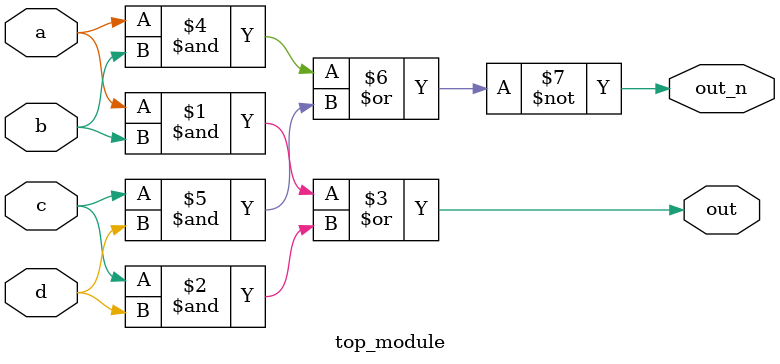
<source format=v>
`default_nettype none
module top_module(
    input a,
    input b,
    input c,
    input d,
    output out,
    output out_n   ); 
    assign out = (a&b)|(c&d);
    assign out_n = ~((a&b)|(c&d));
endmodule

</source>
